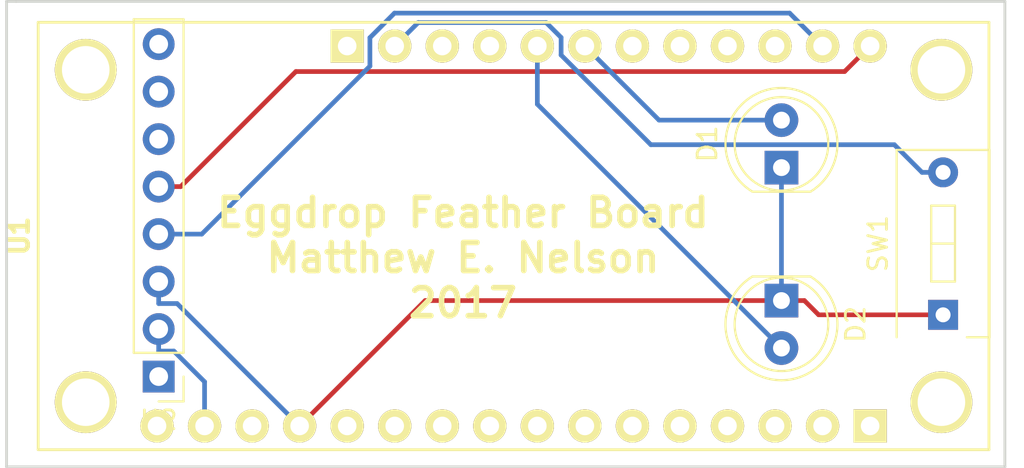
<source format=kicad_pcb>
(kicad_pcb (version 4) (host pcbnew 4.0.6)

  (general
    (links 10)
    (no_connects 0)
    (area 121.336999 92.380999 174.827001 117.423001)
    (thickness 1.6)
    (drawings 6)
    (tracks 35)
    (zones 0)
    (modules 5)
    (nets 8)
  )

  (page A4)
  (layers
    (0 F.Cu signal)
    (31 B.Cu signal)
    (32 B.Adhes user)
    (33 F.Adhes user)
    (34 B.Paste user)
    (35 F.Paste user)
    (36 B.SilkS user)
    (37 F.SilkS user)
    (38 B.Mask user)
    (39 F.Mask user)
    (40 Dwgs.User user)
    (41 Cmts.User user)
    (42 Eco1.User user)
    (43 Eco2.User user)
    (44 Edge.Cuts user)
    (45 Margin user)
    (46 B.CrtYd user)
    (47 F.CrtYd user)
    (48 B.Fab user)
    (49 F.Fab user)
  )

  (setup
    (last_trace_width 0.25)
    (trace_clearance 0.2)
    (zone_clearance 0.508)
    (zone_45_only no)
    (trace_min 0.2)
    (segment_width 0.2)
    (edge_width 0.15)
    (via_size 0.6)
    (via_drill 0.4)
    (via_min_size 0.4)
    (via_min_drill 0.3)
    (uvia_size 0.3)
    (uvia_drill 0.1)
    (uvias_allowed no)
    (uvia_min_size 0.2)
    (uvia_min_drill 0.1)
    (pcb_text_width 0.3)
    (pcb_text_size 1.5 1.5)
    (mod_edge_width 0.15)
    (mod_text_size 1 1)
    (mod_text_width 0.15)
    (pad_size 1.524 1.524)
    (pad_drill 0.762)
    (pad_to_mask_clearance 0.2)
    (aux_axis_origin 0 0)
    (visible_elements 7FFFFFFF)
    (pcbplotparams
      (layerselection 0x00030_80000001)
      (usegerberextensions false)
      (excludeedgelayer true)
      (linewidth 0.100000)
      (plotframeref false)
      (viasonmask false)
      (mode 1)
      (useauxorigin false)
      (hpglpennumber 1)
      (hpglpenspeed 20)
      (hpglpendiameter 15)
      (hpglpenoverlay 2)
      (psnegative false)
      (psa4output false)
      (plotreference true)
      (plotvalue true)
      (plotinvisibletext false)
      (padsonsilk false)
      (subtractmaskfromsilk false)
      (outputformat 1)
      (mirror false)
      (drillshape 1)
      (scaleselection 1)
      (outputdirectory ""))
  )

  (net 0 "")
  (net 1 "Net-(D1-Pad1)")
  (net 2 "Net-(D1-Pad2)")
  (net 3 "Net-(D2-Pad2)")
  (net 4 "Net-(SW1-Pad2)")
  (net 5 "Net-(U1-Pad15)")
  (net 6 "Net-(U1-Pad27)")
  (net 7 "Net-(U1-Pad28)")

  (net_class Default "This is the default net class."
    (clearance 0.2)
    (trace_width 0.25)
    (via_dia 0.6)
    (via_drill 0.4)
    (uvia_dia 0.3)
    (uvia_drill 0.1)
    (add_net "Net-(D1-Pad1)")
    (add_net "Net-(D1-Pad2)")
    (add_net "Net-(D2-Pad2)")
    (add_net "Net-(SW1-Pad2)")
    (add_net "Net-(U1-Pad15)")
    (add_net "Net-(U1-Pad27)")
    (add_net "Net-(U1-Pad28)")
  )

  (module LEDs:LED_D5.0mm (layer F.Cu) (tedit 587A3A7B) (tstamp 59626854)
    (at 162.814 101.346 90)
    (descr "LED, diameter 5.0mm, 2 pins, http://cdn-reichelt.de/documents/datenblatt/A500/LL-504BC2E-009.pdf")
    (tags "LED diameter 5.0mm 2 pins")
    (path /5955D02F)
    (fp_text reference D1 (at 1.27 -3.96 90) (layer F.SilkS)
      (effects (font (size 1 1) (thickness 0.15)))
    )
    (fp_text value LED (at 1.27 3.96 90) (layer F.Fab)
      (effects (font (size 1 1) (thickness 0.15)))
    )
    (fp_arc (start 1.27 0) (end -1.23 -1.469694) (angle 299.1) (layer F.Fab) (width 0.1))
    (fp_arc (start 1.27 0) (end -1.29 -1.54483) (angle 148.9) (layer F.SilkS) (width 0.12))
    (fp_arc (start 1.27 0) (end -1.29 1.54483) (angle -148.9) (layer F.SilkS) (width 0.12))
    (fp_circle (center 1.27 0) (end 3.77 0) (layer F.Fab) (width 0.1))
    (fp_circle (center 1.27 0) (end 3.77 0) (layer F.SilkS) (width 0.12))
    (fp_line (start -1.23 -1.469694) (end -1.23 1.469694) (layer F.Fab) (width 0.1))
    (fp_line (start -1.29 -1.545) (end -1.29 1.545) (layer F.SilkS) (width 0.12))
    (fp_line (start -1.95 -3.25) (end -1.95 3.25) (layer F.CrtYd) (width 0.05))
    (fp_line (start -1.95 3.25) (end 4.5 3.25) (layer F.CrtYd) (width 0.05))
    (fp_line (start 4.5 3.25) (end 4.5 -3.25) (layer F.CrtYd) (width 0.05))
    (fp_line (start 4.5 -3.25) (end -1.95 -3.25) (layer F.CrtYd) (width 0.05))
    (pad 1 thru_hole rect (at 0 0 90) (size 1.8 1.8) (drill 0.9) (layers *.Cu *.Mask)
      (net 1 "Net-(D1-Pad1)"))
    (pad 2 thru_hole circle (at 2.54 0 90) (size 1.8 1.8) (drill 0.9) (layers *.Cu *.Mask)
      (net 2 "Net-(D1-Pad2)"))
    (model LEDs.3dshapes/LED_D5.0mm.wrl
      (at (xyz 0 0 0))
      (scale (xyz 0.393701 0.393701 0.393701))
      (rotate (xyz 0 0 0))
    )
  )

  (module LEDs:LED_D5.0mm (layer F.Cu) (tedit 587A3A7B) (tstamp 5962685A)
    (at 162.814 108.458 270)
    (descr "LED, diameter 5.0mm, 2 pins, http://cdn-reichelt.de/documents/datenblatt/A500/LL-504BC2E-009.pdf")
    (tags "LED diameter 5.0mm 2 pins")
    (path /5955CFB2)
    (fp_text reference D2 (at 1.27 -3.96 270) (layer F.SilkS)
      (effects (font (size 1 1) (thickness 0.15)))
    )
    (fp_text value LED (at 1.27 3.96 270) (layer F.Fab)
      (effects (font (size 1 1) (thickness 0.15)))
    )
    (fp_arc (start 1.27 0) (end -1.23 -1.469694) (angle 299.1) (layer F.Fab) (width 0.1))
    (fp_arc (start 1.27 0) (end -1.29 -1.54483) (angle 148.9) (layer F.SilkS) (width 0.12))
    (fp_arc (start 1.27 0) (end -1.29 1.54483) (angle -148.9) (layer F.SilkS) (width 0.12))
    (fp_circle (center 1.27 0) (end 3.77 0) (layer F.Fab) (width 0.1))
    (fp_circle (center 1.27 0) (end 3.77 0) (layer F.SilkS) (width 0.12))
    (fp_line (start -1.23 -1.469694) (end -1.23 1.469694) (layer F.Fab) (width 0.1))
    (fp_line (start -1.29 -1.545) (end -1.29 1.545) (layer F.SilkS) (width 0.12))
    (fp_line (start -1.95 -3.25) (end -1.95 3.25) (layer F.CrtYd) (width 0.05))
    (fp_line (start -1.95 3.25) (end 4.5 3.25) (layer F.CrtYd) (width 0.05))
    (fp_line (start 4.5 3.25) (end 4.5 -3.25) (layer F.CrtYd) (width 0.05))
    (fp_line (start 4.5 -3.25) (end -1.95 -3.25) (layer F.CrtYd) (width 0.05))
    (pad 1 thru_hole rect (at 0 0 270) (size 1.8 1.8) (drill 0.9) (layers *.Cu *.Mask)
      (net 1 "Net-(D1-Pad1)"))
    (pad 2 thru_hole circle (at 2.54 0 270) (size 1.8 1.8) (drill 0.9) (layers *.Cu *.Mask)
      (net 3 "Net-(D2-Pad2)"))
    (model LEDs.3dshapes/LED_D5.0mm.wrl
      (at (xyz 0 0 0))
      (scale (xyz 0.393701 0.393701 0.393701))
      (rotate (xyz 0 0 0))
    )
  )

  (module Buttons_Switches_THT:SW_DIP_x1_W7.62mm_Slide (layer F.Cu) (tedit 5862A068) (tstamp 59626860)
    (at 171.45 109.22 90)
    (descr "1x-dip-switch, Slide, row spacing 7.62 mm (300 mils)")
    (tags "DIP Switch Slide 7.62mm 300mil")
    (path /5955E018)
    (fp_text reference SW1 (at 3.81 -3.48 90) (layer F.SilkS)
      (effects (font (size 1 1) (thickness 0.15)))
    )
    (fp_text value SWITCH_SPST (at 3.81 3.48 90) (layer F.Fab)
      (effects (font (size 1 1) (thickness 0.15)))
    )
    (fp_line (start -0.08 -2.36) (end 8.7 -2.36) (layer F.Fab) (width 0.1))
    (fp_line (start 8.7 -2.36) (end 8.7 2.36) (layer F.Fab) (width 0.1))
    (fp_line (start 8.7 2.36) (end -1.08 2.36) (layer F.Fab) (width 0.1))
    (fp_line (start -1.08 2.36) (end -1.08 -1.36) (layer F.Fab) (width 0.1))
    (fp_line (start -1.08 -1.36) (end -0.08 -2.36) (layer F.Fab) (width 0.1))
    (fp_line (start 1.78 -0.635) (end 1.78 0.635) (layer F.Fab) (width 0.1))
    (fp_line (start 1.78 0.635) (end 5.84 0.635) (layer F.Fab) (width 0.1))
    (fp_line (start 5.84 0.635) (end 5.84 -0.635) (layer F.Fab) (width 0.1))
    (fp_line (start 5.84 -0.635) (end 1.78 -0.635) (layer F.Fab) (width 0.1))
    (fp_line (start 3.81 -0.635) (end 3.81 0.635) (layer F.Fab) (width 0.1))
    (fp_line (start -1.2 -2.48) (end 8.82 -2.48) (layer F.SilkS) (width 0.12))
    (fp_line (start 8.82 -2.48) (end 8.82 2.48) (layer F.SilkS) (width 0.12))
    (fp_line (start 8.82 2.48) (end -1.2 2.48) (layer F.SilkS) (width 0.12))
    (fp_line (start -1.2 2.48) (end -1.2 1.27) (layer F.SilkS) (width 0.12))
    (fp_line (start 1.78 -0.635) (end 1.78 0.635) (layer F.SilkS) (width 0.12))
    (fp_line (start 1.78 0.635) (end 5.84 0.635) (layer F.SilkS) (width 0.12))
    (fp_line (start 5.84 0.635) (end 5.84 -0.635) (layer F.SilkS) (width 0.12))
    (fp_line (start 5.84 -0.635) (end 1.78 -0.635) (layer F.SilkS) (width 0.12))
    (fp_line (start 3.81 -0.635) (end 3.81 0.635) (layer F.SilkS) (width 0.12))
    (fp_line (start -1.4 -2.7) (end -1.4 2.7) (layer F.CrtYd) (width 0.05))
    (fp_line (start -1.4 2.7) (end 9 2.7) (layer F.CrtYd) (width 0.05))
    (fp_line (start 9 2.7) (end 9 -2.7) (layer F.CrtYd) (width 0.05))
    (fp_line (start 9 -2.7) (end -1.4 -2.7) (layer F.CrtYd) (width 0.05))
    (pad 1 thru_hole rect (at 0 0 90) (size 1.6 1.6) (drill 0.8) (layers *.Cu *.Mask)
      (net 1 "Net-(D1-Pad1)"))
    (pad 2 thru_hole oval (at 7.62 0 90) (size 1.6 1.6) (drill 0.8) (layers *.Cu *.Mask)
      (net 4 "Net-(SW1-Pad2)"))
    (model Buttons_Switches_THT.3dshapes/SW_DIP_x1_W7.62mm_Slide.wrl
      (at (xyz 0 0 0))
      (scale (xyz 1 1 1))
      (rotate (xyz 0 0 90))
    )
  )

  (module Modules_Ian:ADAFRUIT_FEATHER (layer F.Cu) (tedit 582D446B) (tstamp 59626884)
    (at 148.501 105.004)
    (path /5955C01D)
    (fp_text reference U1 (at -26.416 0 90) (layer F.SilkS)
      (effects (font (size 1 1) (thickness 0.25)))
    )
    (fp_text value ADAFRUIT_FEATHER (at -24.384 0 90) (layer F.Fab) hide
      (effects (font (size 1 1) (thickness 0.25)))
    )
    (fp_line (start -25.4 -11.43) (end -25.4 11.43) (layer F.SilkS) (width 0.15))
    (fp_line (start -25.4 11.43) (end 25.4 11.43) (layer F.SilkS) (width 0.15))
    (fp_line (start 25.4 11.43) (end 25.4 -11.43) (layer F.SilkS) (width 0.15))
    (fp_line (start 25.4 -11.43) (end -25.4 -11.43) (layer F.SilkS) (width 0.15))
    (pad "" thru_hole circle (at -22.86 -8.89) (size 3.302 3.302) (drill 2.54) (layers *.Cu *.Mask F.SilkS))
    (pad "" thru_hole circle (at -22.86 8.89) (size 3.302 3.302) (drill 2.54) (layers *.Cu *.Mask F.SilkS))
    (pad "" thru_hole circle (at 22.86 8.89) (size 3.302 3.302) (drill 2.54) (layers *.Cu *.Mask F.SilkS))
    (pad "" thru_hole circle (at 22.86 -8.89) (size 3.302 3.302) (drill 2.54) (layers *.Cu *.Mask F.SilkS))
    (pad 16 thru_hole circle (at -19.05 10.16) (size 1.778 1.778) (drill 0.9906) (layers *.Cu *.Mask F.SilkS))
    (pad 15 thru_hole circle (at -16.51 10.16) (size 1.778 1.778) (drill 0.9906) (layers *.Cu *.Mask F.SilkS)
      (net 5 "Net-(U1-Pad15)"))
    (pad 14 thru_hole circle (at -13.97 10.16) (size 1.778 1.778) (drill 0.9906) (layers *.Cu *.Mask F.SilkS))
    (pad 13 thru_hole circle (at -11.43 10.16) (size 1.778 1.778) (drill 0.9906) (layers *.Cu *.Mask F.SilkS)
      (net 1 "Net-(D1-Pad1)"))
    (pad 12 thru_hole circle (at -8.89 10.16) (size 1.778 1.778) (drill 0.9906) (layers *.Cu *.Mask F.SilkS))
    (pad 11 thru_hole circle (at -6.35 10.16) (size 1.778 1.778) (drill 0.9906) (layers *.Cu *.Mask F.SilkS))
    (pad 10 thru_hole circle (at -3.81 10.16) (size 1.778 1.778) (drill 0.9906) (layers *.Cu *.Mask F.SilkS))
    (pad 9 thru_hole circle (at -1.27 10.16) (size 1.778 1.778) (drill 0.9906) (layers *.Cu *.Mask F.SilkS))
    (pad 8 thru_hole circle (at 1.27 10.16) (size 1.778 1.778) (drill 0.9906) (layers *.Cu *.Mask F.SilkS))
    (pad 7 thru_hole circle (at 3.81 10.16) (size 1.778 1.778) (drill 0.9906) (layers *.Cu *.Mask F.SilkS))
    (pad 6 thru_hole circle (at 6.35 10.16) (size 1.778 1.778) (drill 0.9906) (layers *.Cu *.Mask F.SilkS))
    (pad 5 thru_hole circle (at 8.89 10.16) (size 1.778 1.778) (drill 0.9906) (layers *.Cu *.Mask F.SilkS))
    (pad 4 thru_hole circle (at 11.43 10.16) (size 1.778 1.778) (drill 0.9906) (layers *.Cu *.Mask F.SilkS))
    (pad 3 thru_hole circle (at 13.97 10.16) (size 1.778 1.778) (drill 0.9906) (layers *.Cu *.Mask F.SilkS))
    (pad 2 thru_hole circle (at 16.51 10.16) (size 1.778 1.778) (drill 0.9906) (layers *.Cu *.Mask F.SilkS))
    (pad 1 thru_hole rect (at 19.05 10.16) (size 1.778 1.778) (drill 0.9906) (layers *.Cu *.Mask F.SilkS))
    (pad 18 thru_hole circle (at -6.35 -10.16) (size 1.778 1.778) (drill 0.9906) (layers *.Cu *.Mask F.SilkS)
      (net 4 "Net-(SW1-Pad2)"))
    (pad 17 thru_hole rect (at -8.89 -10.16) (size 1.778 1.778) (drill 0.9906) (layers *.Cu *.Mask F.SilkS))
    (pad 19 thru_hole circle (at -3.81 -10.16) (size 1.778 1.778) (drill 0.9906) (layers *.Cu *.Mask F.SilkS))
    (pad 20 thru_hole circle (at -1.27 -10.16) (size 1.778 1.778) (drill 0.9906) (layers *.Cu *.Mask F.SilkS))
    (pad 21 thru_hole circle (at 1.27 -10.16) (size 1.778 1.778) (drill 0.9906) (layers *.Cu *.Mask F.SilkS)
      (net 3 "Net-(D2-Pad2)"))
    (pad 22 thru_hole circle (at 3.81 -10.16) (size 1.778 1.778) (drill 0.9906) (layers *.Cu *.Mask F.SilkS)
      (net 2 "Net-(D1-Pad2)"))
    (pad 23 thru_hole circle (at 6.35 -10.16) (size 1.778 1.778) (drill 0.9906) (layers *.Cu *.Mask F.SilkS))
    (pad 24 thru_hole circle (at 8.89 -10.16) (size 1.778 1.778) (drill 0.9906) (layers *.Cu *.Mask F.SilkS))
    (pad 25 thru_hole circle (at 11.43 -10.16) (size 1.778 1.778) (drill 0.9906) (layers *.Cu *.Mask F.SilkS))
    (pad 26 thru_hole circle (at 13.97 -10.16) (size 1.778 1.778) (drill 0.9906) (layers *.Cu *.Mask F.SilkS))
    (pad 27 thru_hole circle (at 16.51 -10.16) (size 1.778 1.778) (drill 0.9906) (layers *.Cu *.Mask F.SilkS)
      (net 6 "Net-(U1-Pad27)"))
    (pad 28 thru_hole circle (at 19.05 -10.16) (size 1.778 1.778) (drill 0.9906) (layers *.Cu *.Mask F.SilkS)
      (net 7 "Net-(U1-Pad28)"))
  )

  (module Pin_Headers:Pin_Header_Straight_1x08_Pitch2.54mm (layer F.Cu) (tedit 596268FC) (tstamp 59626890)
    (at 129.54 112.522 180)
    (descr "Through hole straight pin header, 1x08, 2.54mm pitch, single row")
    (tags "Through hole pin header THT 1x08 2.54mm single row")
    (path /595FB4D9)
    (fp_text reference U2 (at 0 -2.33 180) (layer F.SilkS)
      (effects (font (size 1 1) (thickness 0.15)))
    )
    (fp_text value LIS3DH_BOB (at -2.794 14.732 270) (layer F.Fab)
      (effects (font (size 1 1) (thickness 0.15)))
    )
    (fp_line (start -1.27 -1.27) (end -1.27 19.05) (layer F.Fab) (width 0.1))
    (fp_line (start -1.27 19.05) (end 1.27 19.05) (layer F.Fab) (width 0.1))
    (fp_line (start 1.27 19.05) (end 1.27 -1.27) (layer F.Fab) (width 0.1))
    (fp_line (start 1.27 -1.27) (end -1.27 -1.27) (layer F.Fab) (width 0.1))
    (fp_line (start -1.33 1.27) (end -1.33 19.11) (layer F.SilkS) (width 0.12))
    (fp_line (start -1.33 19.11) (end 1.33 19.11) (layer F.SilkS) (width 0.12))
    (fp_line (start 1.33 19.11) (end 1.33 1.27) (layer F.SilkS) (width 0.12))
    (fp_line (start 1.33 1.27) (end -1.33 1.27) (layer F.SilkS) (width 0.12))
    (fp_line (start -1.33 0) (end -1.33 -1.33) (layer F.SilkS) (width 0.12))
    (fp_line (start -1.33 -1.33) (end 0 -1.33) (layer F.SilkS) (width 0.12))
    (fp_line (start -1.8 -1.8) (end -1.8 19.55) (layer F.CrtYd) (width 0.05))
    (fp_line (start -1.8 19.55) (end 1.8 19.55) (layer F.CrtYd) (width 0.05))
    (fp_line (start 1.8 19.55) (end 1.8 -1.8) (layer F.CrtYd) (width 0.05))
    (fp_line (start 1.8 -1.8) (end -1.8 -1.8) (layer F.CrtYd) (width 0.05))
    (fp_text user %R (at 0 -2.33 180) (layer F.Fab)
      (effects (font (size 1 1) (thickness 0.15)))
    )
    (pad 1 thru_hole rect (at 0 0 180) (size 1.7 1.7) (drill 1) (layers *.Cu *.Mask))
    (pad 2 thru_hole oval (at 0 2.54 180) (size 1.7 1.7) (drill 1) (layers *.Cu *.Mask)
      (net 5 "Net-(U1-Pad15)"))
    (pad 3 thru_hole oval (at 0 5.08 180) (size 1.7 1.7) (drill 1) (layers *.Cu *.Mask)
      (net 1 "Net-(D1-Pad1)"))
    (pad 4 thru_hole oval (at 0 7.62 180) (size 1.7 1.7) (drill 1) (layers *.Cu *.Mask)
      (net 6 "Net-(U1-Pad27)"))
    (pad 5 thru_hole oval (at 0 10.16 180) (size 1.7 1.7) (drill 1) (layers *.Cu *.Mask)
      (net 7 "Net-(U1-Pad28)"))
    (pad 6 thru_hole oval (at 0 12.7 180) (size 1.7 1.7) (drill 1) (layers *.Cu *.Mask))
    (pad 7 thru_hole oval (at 0 15.24 180) (size 1.7 1.7) (drill 1) (layers *.Cu *.Mask))
    (pad 8 thru_hole oval (at 0 17.78 180) (size 1.7 1.7) (drill 1) (layers *.Cu *.Mask))
    (model ${KISYS3DMOD}/Pin_Headers.3dshapes/Pin_Header_Straight_1x08_Pitch2.54mm.wrl
      (at (xyz 0 -0.35 0))
      (scale (xyz 1 1 1))
      (rotate (xyz 0 0 90))
    )
  )

  (gr_line (start 121.412 92.456) (end 121.92 92.456) (angle 90) (layer Edge.Cuts) (width 0.15))
  (gr_line (start 121.412 117.348) (end 121.412 92.456) (angle 90) (layer Edge.Cuts) (width 0.15))
  (gr_line (start 174.752 117.348) (end 121.412 117.348) (angle 90) (layer Edge.Cuts) (width 0.15))
  (gr_line (start 174.752 92.456) (end 174.752 117.348) (angle 90) (layer Edge.Cuts) (width 0.15))
  (gr_line (start 121.92 92.456) (end 174.752 92.456) (angle 90) (layer Edge.Cuts) (width 0.15))
  (gr_text "Eggdrop Feather Board\nMatthew E. Nelson\n2017" (at 145.796 106.172) (layer F.SilkS)
    (effects (font (size 1.5 1.5) (thickness 0.3)))
  )

  (segment (start 130.5243 108.6173) (end 137.071 115.164) (width 0.25) (layer B.Cu) (net 1))
  (segment (start 129.54 108.6173) (end 130.5243 108.6173) (width 0.25) (layer B.Cu) (net 1))
  (segment (start 129.54 107.442) (end 129.54 108.6173) (width 0.25) (layer B.Cu) (net 1))
  (segment (start 143.777 108.458) (end 162.814 108.458) (width 0.25) (layer F.Cu) (net 1))
  (segment (start 137.071 115.164) (end 143.777 108.458) (width 0.25) (layer F.Cu) (net 1))
  (segment (start 164.8013 109.22) (end 164.0393 108.458) (width 0.25) (layer F.Cu) (net 1))
  (segment (start 171.45 109.22) (end 164.8013 109.22) (width 0.25) (layer F.Cu) (net 1))
  (segment (start 162.814 108.458) (end 164.0393 108.458) (width 0.25) (layer F.Cu) (net 1))
  (segment (start 162.814 108.458) (end 162.814 101.346) (width 0.25) (layer B.Cu) (net 1))
  (segment (start 156.273 98.806) (end 152.311 94.844) (width 0.25) (layer B.Cu) (net 2))
  (segment (start 162.814 98.806) (end 156.273 98.806) (width 0.25) (layer B.Cu) (net 2))
  (segment (start 149.771 97.955) (end 162.814 110.998) (width 0.25) (layer B.Cu) (net 3))
  (segment (start 149.771 94.844) (end 149.771 97.955) (width 0.25) (layer B.Cu) (net 3))
  (segment (start 168.8453 100.1206) (end 170.3247 101.6) (width 0.25) (layer B.Cu) (net 4))
  (segment (start 155.8349 100.1206) (end 168.8453 100.1206) (width 0.25) (layer B.Cu) (net 4))
  (segment (start 151.041 95.3267) (end 155.8349 100.1206) (width 0.25) (layer B.Cu) (net 4))
  (segment (start 151.041 94.3859) (end 151.041 95.3267) (width 0.25) (layer B.Cu) (net 4))
  (segment (start 150.2435 93.5884) (end 151.041 94.3859) (width 0.25) (layer B.Cu) (net 4))
  (segment (start 143.4066 93.5884) (end 150.2435 93.5884) (width 0.25) (layer B.Cu) (net 4))
  (segment (start 142.151 94.844) (end 143.4066 93.5884) (width 0.25) (layer B.Cu) (net 4))
  (segment (start 171.45 101.6) (end 170.3247 101.6) (width 0.25) (layer B.Cu) (net 4))
  (segment (start 131.991 112.8003) (end 131.991 115.164) (width 0.25) (layer B.Cu) (net 5))
  (segment (start 130.348 111.1573) (end 131.991 112.8003) (width 0.25) (layer B.Cu) (net 5))
  (segment (start 129.54 111.1573) (end 130.348 111.1573) (width 0.25) (layer B.Cu) (net 5))
  (segment (start 129.54 109.982) (end 129.54 111.1573) (width 0.25) (layer B.Cu) (net 5))
  (segment (start 163.2494 93.0824) (end 165.011 94.844) (width 0.25) (layer B.Cu) (net 6))
  (segment (start 142.1396 93.0824) (end 163.2494 93.0824) (width 0.25) (layer B.Cu) (net 6))
  (segment (start 140.8254 94.3966) (end 142.1396 93.0824) (width 0.25) (layer B.Cu) (net 6))
  (segment (start 140.8254 95.9189) (end 140.8254 94.3966) (width 0.25) (layer B.Cu) (net 6))
  (segment (start 131.8423 104.902) (end 140.8254 95.9189) (width 0.25) (layer B.Cu) (net 6))
  (segment (start 129.54 104.902) (end 131.8423 104.902) (width 0.25) (layer B.Cu) (net 6))
  (segment (start 166.1875 96.2075) (end 167.551 94.844) (width 0.25) (layer F.Cu) (net 7))
  (segment (start 136.8698 96.2075) (end 166.1875 96.2075) (width 0.25) (layer F.Cu) (net 7))
  (segment (start 130.7153 102.362) (end 136.8698 96.2075) (width 0.25) (layer F.Cu) (net 7))
  (segment (start 129.54 102.362) (end 130.7153 102.362) (width 0.25) (layer F.Cu) (net 7))

)

</source>
